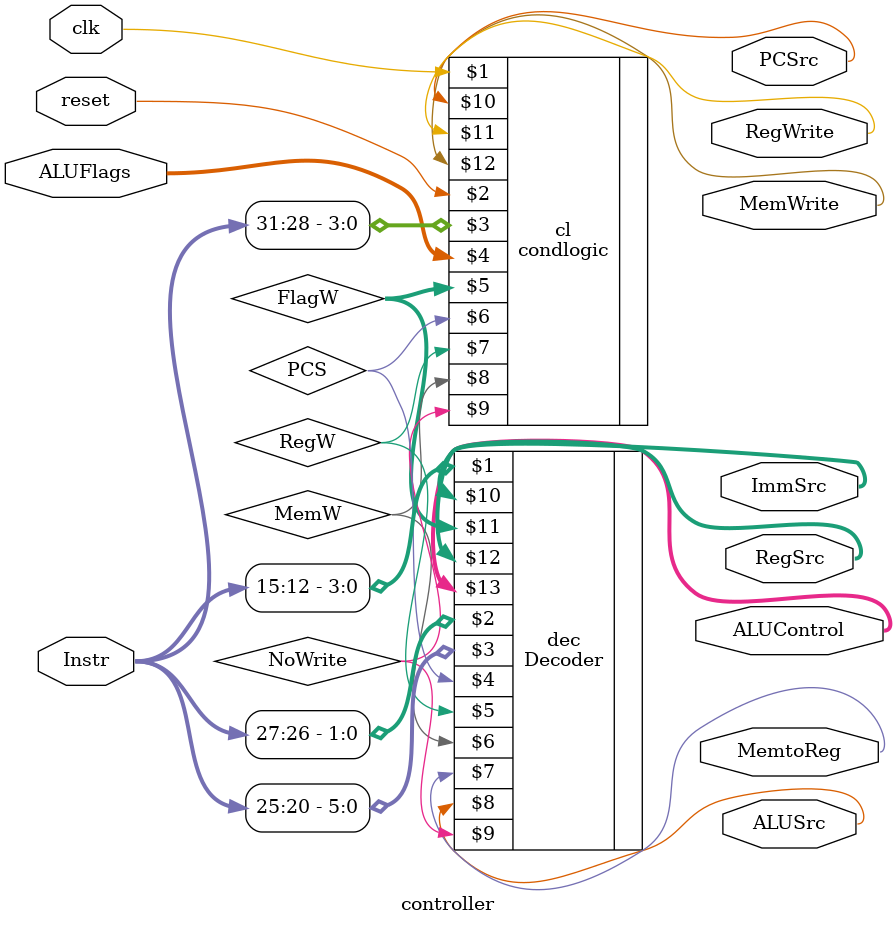
<source format=sv>
module controller(input logic clk, reset,
						input logic [31:12] Instr,
						input logic [3:0] ALUFlags,
						output logic [1:0] RegSrc,
						output logic RegWrite,
						output logic [1:0] ImmSrc,
						output logic ALUSrc,
						output logic [1:0] ALUControl,
						output logic MemWrite, MemtoReg,
						output logic PCSrc);
						
	logic [1:0] FlagW;
	logic PCS, RegW, MemW, NoWrite;
	
	Decoder dec(Instr[15:12], Instr[27:26], Instr[25:20], PCS,
					RegW, MemW, MemtoReg, ALUSrc, 
					NoWrite, ImmSrc, FlagW, RegSrc,
					ALUControl);



	condlogic cl(clk, reset, Instr[31:28], ALUFlags, FlagW, PCS, RegW, MemW, NoWrite, PCSrc, RegWrite, MemWrite);
endmodule
</source>
